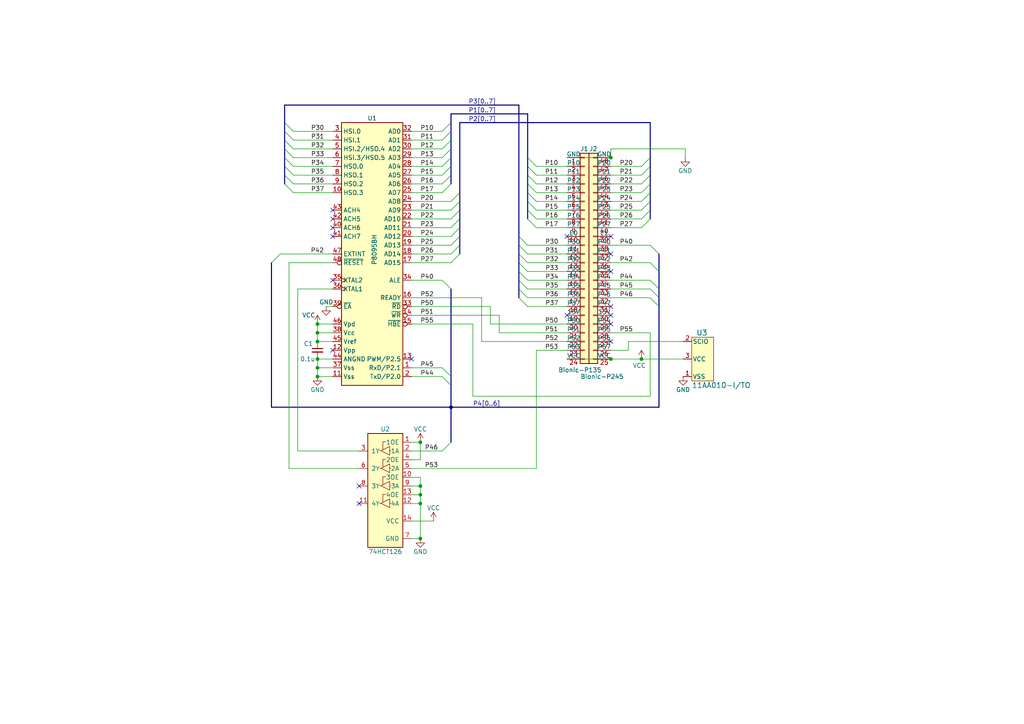
<source format=kicad_sch>
(kicad_sch (version 20230121) (generator eeschema)
  (paper "A4")
  (title_block (title "BionicP8095") (date "2022-02-11") (rev "1") (company "Tadashi G. Takaoka"))
  (lib_symbols
    (symbol "0-LocalLibrary:11AA010-I_TO" (pin_names (offset 0.254))
      (property "Reference" "U" (at 2.54 1.27 0))
      (property "Value" "11AA010-I/TO" (at 3.81 -13.97 0))
      (symbol "11AA010-I_TO_1_1"
        (rectangle (start 0 0) (end 6.35 -12.7) (fill (type background)))
        (pin power_in line (at -2.54 -11.43 0) (length 2.54) (name "VSS") (number "1"))
        (pin bidirectional line (at -2.54 -1.27 0) (length 2.54) (name "SCIO") (number "2"))
        (pin power_in line (at -2.54 -6.35 0) (length 2.54) (name "VCC") (number "3"))
      )
    )
    (symbol "0-LocalLibrary:74HCT126" (pin_names (offset 1.016))
      (property "Reference" "U" (at 0 16.51 0))
      (property "Value" "74HCT126" (at 0 -19.05 0))
      (symbol "74HCT126_0_1"
        (polyline (pts (xy -1.2954 10.2108) (xy -1.6002 10.2108)))
        (polyline (pts (xy 1.2954 10.2362) (xy 1.651 10.2362)))
        (polyline (pts (xy 0.7112 10.5664) (xy 0.7112 12.827) (xy -0.127 12.827) (xy -0.1016 12.827)))
      )
      (symbol "74HCT126_1_0"
        (polyline (pts (xy 1.27 10.2362) (xy -1.27 11.5062) (xy -1.27 8.9662) (xy 1.27 10.2362)) (stroke (width 0.1524)))
        (pin input line (at -7.62 12.7 0) (length 2.54) (name "1OE") (number "1"))
        (pin input line (at -7.62 2.54 0) (length 2.54) (name "3OE") (number "10"))
        (pin tri_state line (at 7.62 -5.08 180) (length 2.54) (name "4Y") (number "11"))
        (pin input line (at -7.62 -5.08 0) (length 2.54) (name "4A") (number "12"))
        (pin input line (at -7.62 -2.54 0) (length 2.54) (name "4OE") (number "13"))
        (pin power_in line (at -7.62 -10.16 0) (length 2.54) (name "VCC") (number "14"))
        (pin input line (at -7.62 10.16 0) (length 2.54) (name "1A") (number "2"))
        (pin tri_state line (at 7.62 10.16 180) (length 2.54) (name "1Y") (number "3"))
        (pin input line (at -7.62 7.62 0) (length 2.54) (name "2OE") (number "4"))
        (pin input line (at -7.62 5.08 0) (length 2.54) (name "2A") (number "5"))
        (pin tri_state line (at 7.62 5.08 180) (length 2.54) (name "2Y") (number "6"))
        (pin power_in line (at -7.62 -15.24 0) (length 2.54) (name "GND") (number "7"))
        (pin tri_state line (at 7.62 0 180) (length 2.54) (name "3Y") (number "8"))
        (pin input line (at -7.62 0 0) (length 2.54) (name "3A") (number "9"))
      )
      (symbol "74HCT126_1_1"
        (rectangle (start -5.08 15.24) (end 5.08 -17.78) (stroke (width 0.254)) (fill (type background)))
        (polyline (pts (xy -1.2954 -5.0292) (xy -1.6002 -5.0292)))
        (polyline (pts (xy -1.2954 0.0508) (xy -1.6002 0.0508)))
        (polyline (pts (xy -1.2954 5.1308) (xy -1.6002 5.1308)))
        (polyline (pts (xy 1.2954 -5.0038) (xy 1.651 -5.0038)))
        (polyline (pts (xy 1.2954 0.0762) (xy 1.651 0.0762)))
        (polyline (pts (xy 1.2954 5.1562) (xy 1.651 5.1562)))
        (polyline (pts (xy 0.7112 -4.6736) (xy 0.7112 -2.413) (xy -0.127 -2.413) (xy -0.1016 -2.413)))
        (polyline (pts (xy 0.7112 0.4064) (xy 0.7112 2.667) (xy -0.127 2.667) (xy -0.1016 2.667)))
        (polyline (pts (xy 0.7112 5.4864) (xy 0.7112 7.747) (xy -0.127 7.747) (xy -0.1016 7.747)))
        (polyline (pts (xy 1.27 -5.0038) (xy -1.27 -3.7338) (xy -1.27 -6.2738) (xy 1.27 -5.0038)) (stroke (width 0.1524)))
        (polyline (pts (xy 1.27 0.0762) (xy -1.27 1.3462) (xy -1.27 -1.1938) (xy 1.27 0.0762)) (stroke (width 0.1524)))
        (polyline (pts (xy 1.27 5.1562) (xy -1.27 6.4262) (xy -1.27 3.8862) (xy 1.27 5.1562)) (stroke (width 0.1524)))
      )
    )
    (symbol "0-LocalLibrary:Bionic-P135" (pin_names (offset 0))
      (property "Reference" "J" (at 0 30.48 0))
      (property "Value" "Bionic-P135" (at -1.27 -33.02 0))
      (symbol "Bionic-P135_1_1"
        (rectangle (start -1.27 -30.353) (end 0 -30.607) (stroke (width 0.1524)))
        (rectangle (start -1.27 -27.813) (end 0 -28.067) (stroke (width 0.1524)))
        (rectangle (start -1.27 -25.273) (end 0 -25.527) (stroke (width 0.1524)))
        (rectangle (start -1.27 -22.733) (end 0 -22.987) (stroke (width 0.1524)))
        (rectangle (start -1.27 -20.193) (end 0 -20.447) (stroke (width 0.1524)))
        (rectangle (start -1.27 -17.653) (end 0 -17.907) (stroke (width 0.1524)))
        (rectangle (start -1.27 -15.113) (end 0 -15.367) (stroke (width 0.1524)))
        (rectangle (start -1.27 -12.573) (end 0 -12.827) (stroke (width 0.1524)))
        (rectangle (start -1.27 -10.033) (end 0 -10.287) (stroke (width 0.1524)))
        (rectangle (start -1.27 -7.493) (end 0 -7.747) (stroke (width 0.1524)))
        (rectangle (start -1.27 -4.953) (end 0 -5.207) (stroke (width 0.1524)))
        (rectangle (start -1.27 -2.413) (end 0 -2.667) (stroke (width 0.1524)))
        (rectangle (start -1.27 0.127) (end 0 -0.127) (stroke (width 0.1524)))
        (rectangle (start -1.27 2.667) (end 0 2.413) (stroke (width 0.1524)))
        (rectangle (start -1.27 5.207) (end 0 4.953) (stroke (width 0.1524)))
        (rectangle (start -1.27 7.747) (end 0 7.493) (stroke (width 0.1524)))
        (rectangle (start -1.27 10.287) (end 0 10.033) (stroke (width 0.1524)))
        (rectangle (start -1.27 12.827) (end 0 12.573) (stroke (width 0.1524)))
        (rectangle (start -1.27 15.367) (end 0 15.113) (stroke (width 0.1524)))
        (rectangle (start -1.27 17.907) (end 0 17.653) (stroke (width 0.1524)))
        (rectangle (start -1.27 20.447) (end 0 20.193) (stroke (width 0.1524)))
        (rectangle (start -1.27 22.987) (end 0 22.733) (stroke (width 0.1524)))
        (rectangle (start -1.27 25.527) (end 0 25.273) (stroke (width 0.1524)))
        (rectangle (start -1.27 28.067) (end 0 27.813) (stroke (width 0.1524)))
        (rectangle (start -1.27 29.21) (end 1.27 -31.75) (stroke (width 0.254)) (fill (type background)))
        (pin power_out line (at -5.08 27.94 0) (length 3.81) (name "GND") (number "1"))
        (pin bidirectional line (at -5.08 5.08 0) (length 3.81) (name "E0") (number "10"))
        (pin bidirectional line (at -5.08 2.54 0) (length 3.81) (name "P30") (number "11"))
        (pin bidirectional line (at -5.08 0 0) (length 3.81) (name "P31") (number "12"))
        (pin bidirectional line (at -5.08 -2.54 0) (length 3.81) (name "P32") (number "13"))
        (pin bidirectional line (at -5.08 -5.08 0) (length 3.81) (name "P33") (number "14"))
        (pin bidirectional line (at -5.08 -7.62 0) (length 3.81) (name "P34") (number "15"))
        (pin bidirectional line (at -5.08 -10.16 0) (length 3.81) (name "P35") (number "16"))
        (pin bidirectional line (at -5.08 -12.7 0) (length 3.81) (name "P36") (number "17"))
        (pin bidirectional line (at -5.08 -15.24 0) (length 3.81) (name "P37") (number "18"))
        (pin power_out line (at -5.08 -17.78 0) (length 3.81) (name "15V") (number "19"))
        (pin bidirectional line (at -5.08 25.4 0) (length 3.81) (name "P10") (number "2"))
        (pin bidirectional line (at -5.08 -20.32 0) (length 3.81) (name "P50") (number "20"))
        (pin bidirectional line (at -5.08 -22.86 0) (length 3.81) (name "P51") (number "21"))
        (pin bidirectional line (at -5.08 -25.4 0) (length 3.81) (name "P52") (number "22"))
        (pin bidirectional line (at -5.08 -27.94 0) (length 3.81) (name "P53") (number "23"))
        (pin power_out line (at -5.08 -30.48 0) (length 3.81) (name "VCC") (number "24"))
        (pin bidirectional line (at -5.08 22.86 0) (length 3.81) (name "P11") (number "3"))
        (pin bidirectional line (at -5.08 20.32 0) (length 3.81) (name "P12") (number "4"))
        (pin bidirectional line (at -5.08 17.78 0) (length 3.81) (name "P13") (number "5"))
        (pin bidirectional line (at -5.08 15.24 0) (length 3.81) (name "P14") (number "6"))
        (pin bidirectional line (at -5.08 12.7 0) (length 3.81) (name "P15") (number "7"))
        (pin bidirectional line (at -5.08 10.16 0) (length 3.81) (name "P16") (number "8"))
        (pin bidirectional line (at -5.08 7.62 0) (length 3.81) (name "P17") (number "9"))
      )
    )
    (symbol "0-LocalLibrary:Bionic-P245" (pin_names (offset 0))
      (property "Reference" "J" (at -3.81 30.48 0))
      (property "Value" "Bionic-P245" (at -1.27 -33.02 0))
      (symbol "Bionic-P245_1_1"
        (rectangle (start -5.08 -31.75) (end -2.54 29.21) (stroke (width 0.254)) (fill (type background)))
        (rectangle (start -3.81 -30.607) (end -2.54 -30.353) (stroke (width 0.1524)))
        (rectangle (start -3.81 -28.067) (end -2.54 -27.813) (stroke (width 0.1524)))
        (rectangle (start -3.81 -25.527) (end -2.54 -25.273) (stroke (width 0.1524)))
        (rectangle (start -3.81 -22.987) (end -2.54 -22.733) (stroke (width 0.1524)))
        (rectangle (start -3.81 -20.447) (end -2.54 -20.193) (stroke (width 0.1524)))
        (rectangle (start -3.81 -17.907) (end -2.54 -17.653) (stroke (width 0.1524)))
        (rectangle (start -3.81 -15.367) (end -2.54 -15.113) (stroke (width 0.1524)))
        (rectangle (start -3.81 -12.827) (end -2.54 -12.573) (stroke (width 0.1524)))
        (rectangle (start -3.81 -10.287) (end -2.54 -10.033) (stroke (width 0.1524)))
        (rectangle (start -3.81 -7.747) (end -2.54 -7.493) (stroke (width 0.1524)))
        (rectangle (start -3.81 -5.207) (end -2.54 -4.953) (stroke (width 0.1524)))
        (rectangle (start -3.81 -2.667) (end -2.54 -2.413) (stroke (width 0.1524)))
        (rectangle (start -3.81 -0.127) (end -2.54 0.127) (stroke (width 0.1524)))
        (rectangle (start -3.81 2.413) (end -2.54 2.667) (stroke (width 0.1524)))
        (rectangle (start -3.81 4.953) (end -2.54 5.207) (stroke (width 0.1524)))
        (rectangle (start -3.81 7.493) (end -2.54 7.747) (stroke (width 0.1524)))
        (rectangle (start -3.81 10.033) (end -2.54 10.287) (stroke (width 0.1524)))
        (rectangle (start -3.81 12.573) (end -2.54 12.827) (stroke (width 0.1524)))
        (rectangle (start -3.81 15.113) (end -2.54 15.367) (stroke (width 0.1524)))
        (rectangle (start -3.81 17.653) (end -2.54 17.907) (stroke (width 0.1524)))
        (rectangle (start -3.81 20.193) (end -2.54 20.447) (stroke (width 0.1524)))
        (rectangle (start -3.81 22.733) (end -2.54 22.987) (stroke (width 0.1524)))
        (rectangle (start -3.81 25.273) (end -2.54 25.527) (stroke (width 0.1524)))
        (rectangle (start -3.81 27.813) (end -2.54 28.067) (stroke (width 0.1524)))
        (pin power_in line (at 1.27 -30.48 180) (length 3.81) (name "VCC") (number "25"))
        (pin bidirectional line (at 1.27 -27.94 180) (length 3.81) (name "P57") (number "26"))
        (pin bidirectional line (at 1.27 -25.4 180) (length 3.81) (name "P56") (number "27"))
        (pin bidirectional line (at 1.27 -22.86 180) (length 3.81) (name "P55") (number "28"))
        (pin bidirectional line (at 1.27 -20.32 180) (length 3.81) (name "P54") (number "29"))
        (pin power_in line (at 1.27 -17.78 180) (length 3.81) (name "15V") (number "30"))
        (pin bidirectional line (at 1.27 -15.24 180) (length 3.81) (name "P47") (number "31"))
        (pin bidirectional line (at 1.27 -12.7 180) (length 3.81) (name "P46") (number "32"))
        (pin bidirectional line (at 1.27 -10.16 180) (length 3.81) (name "P45") (number "33"))
        (pin bidirectional line (at 1.27 -7.62 180) (length 3.81) (name "P44") (number "34"))
        (pin bidirectional line (at 1.27 -5.08 180) (length 3.81) (name "P43") (number "35"))
        (pin bidirectional line (at 1.27 -2.54 180) (length 3.81) (name "P42") (number "36"))
        (pin bidirectional line (at 1.27 0 180) (length 3.81) (name "P41") (number "37"))
        (pin bidirectional line (at 1.27 2.54 180) (length 3.81) (name "P40") (number "38"))
        (pin bidirectional line (at 1.27 5.08 180) (length 3.81) (name "E1") (number "39"))
        (pin bidirectional line (at 1.27 7.62 180) (length 3.81) (name "P27") (number "40"))
        (pin bidirectional line (at 1.27 10.16 180) (length 3.81) (name "P26") (number "41"))
        (pin bidirectional line (at 1.27 12.7 180) (length 3.81) (name "P25") (number "42"))
        (pin bidirectional line (at 1.27 15.24 180) (length 3.81) (name "P24") (number "43"))
        (pin bidirectional line (at 1.27 17.78 180) (length 3.81) (name "P23") (number "44"))
        (pin bidirectional line (at 1.27 20.32 180) (length 3.81) (name "P22") (number "45"))
        (pin bidirectional line (at 1.27 22.86 180) (length 3.81) (name "P21") (number "46"))
        (pin bidirectional line (at 1.27 25.4 180) (length 3.81) (name "P20") (number "47"))
        (pin power_in line (at 1.27 27.94 180) (length 3.81) (name "GND") (number "48"))
      )
    )
    (symbol "0-LocalLibrary:P8095BH"
      (property "Reference" "U" (at -1.27 39.37 0))
      (property "Value" "P8095BH" (at 0 1.27 90))
      (symbol "P8095BH_0_0"
        (pin input line (at -11.43 35.56 0) (length 2.54) (name "HSI.0") (number "3"))
        (pin power_in line (at -11.43 -33.02 0) (length 2.54) (name "Vss") (number "37"))
        (pin input inverted (at -11.43 -15.24 0) (length 2.54) (name "~{EA}") (number "39"))
        (pin input line (at -11.43 33.02 0) (length 2.54) (name "HSI.1") (number "4"))
        (pin bidirectional line (at -11.43 7.62 0) (length 2.54) (name "ACH6") (number "40"))
        (pin bidirectional line (at -11.43 5.08 0) (length 2.54) (name "ACH7") (number "41"))
        (pin input line (at -11.43 -25.4 0) (length 2.54) (name "Vref") (number "45"))
        (pin bidirectional line (at -11.43 30.48 0) (length 2.54) (name "HSI.2/HSO.4") (number "5"))
        (pin bidirectional line (at -11.43 27.94 0) (length 2.54) (name "HSI.3/HSO.5") (number "6"))
      )
      (symbol "P8095BH_0_1"
        (rectangle (start -8.89 -38.1) (end 8.89 38.1) (stroke (width 0.254)) (fill (type background)))
      )
      (symbol "P8095BH_1_1"
        (pin input line (at 11.43 -33.02 180) (length 2.54) (name "RxD/P2.1") (number "1"))
        (pin output line (at -11.43 17.78 0) (length 2.54) (name "HSO.3") (number "10"))
        (pin power_in line (at -11.43 -35.56 0) (length 2.54) (name "Vss") (number "11"))
        (pin passive line (at -11.43 -27.94 0) (length 2.54) (name "Vpp") (number "12"))
        (pin bidirectional line (at 11.43 -30.48 180) (length 2.54) (name "PWM/P2.5") (number "13"))
        (pin output inverted (at 11.43 -17.78 180) (length 2.54) (name "~{WR}") (number "14"))
        (pin output inverted (at 11.43 -20.32 180) (length 2.54) (name "~{HBE}") (number "15"))
        (pin input line (at 11.43 -12.7 180) (length 2.54) (name "READY") (number "16"))
        (pin bidirectional line (at 11.43 -2.54 180) (length 2.54) (name "AD15") (number "17"))
        (pin bidirectional line (at 11.43 0 180) (length 2.54) (name "AD14") (number "18"))
        (pin bidirectional line (at 11.43 2.54 180) (length 2.54) (name "AD13") (number "19"))
        (pin output line (at 11.43 -35.56 180) (length 2.54) (name "TxD/P2.0") (number "2"))
        (pin bidirectional line (at 11.43 5.08 180) (length 2.54) (name "AD12") (number "20"))
        (pin bidirectional line (at 11.43 7.62 180) (length 2.54) (name "AD11") (number "21"))
        (pin bidirectional line (at 11.43 10.16 180) (length 2.54) (name "AD10") (number "22"))
        (pin bidirectional line (at 11.43 12.7 180) (length 2.54) (name "AD9") (number "23"))
        (pin bidirectional line (at 11.43 15.24 180) (length 2.54) (name "AD8") (number "24"))
        (pin bidirectional line (at 11.43 17.78 180) (length 2.54) (name "AD7") (number "25"))
        (pin bidirectional line (at 11.43 20.32 180) (length 2.54) (name "AD6") (number "26"))
        (pin bidirectional line (at 11.43 22.86 180) (length 2.54) (name "AD5") (number "27"))
        (pin bidirectional line (at 11.43 25.4 180) (length 2.54) (name "AD4") (number "28"))
        (pin bidirectional line (at 11.43 27.94 180) (length 2.54) (name "AD3") (number "29"))
        (pin bidirectional line (at 11.43 30.48 180) (length 2.54) (name "AD2") (number "30"))
        (pin bidirectional line (at 11.43 33.02 180) (length 2.54) (name "AD1") (number "31"))
        (pin bidirectional line (at 11.43 35.56 180) (length 2.54) (name "AD0") (number "32"))
        (pin output inverted (at 11.43 -15.24 180) (length 2.54) (name "~{RD}") (number "33"))
        (pin output line (at 11.43 -7.62 180) (length 2.54) (name "ALE") (number "34"))
        (pin output clock (at -11.43 -7.62 0) (length 2.54) (name "XTAL2") (number "35"))
        (pin input clock (at -11.43 -10.16 0) (length 2.54) (name "XTAL1") (number "36"))
        (pin power_in line (at -11.43 -22.86 0) (length 2.54) (name "Vcc") (number "38"))
        (pin bidirectional line (at -11.43 10.16 0) (length 2.54) (name "ACH5") (number "42"))
        (pin bidirectional line (at -11.43 12.7 0) (length 2.54) (name "ACH4") (number "43"))
        (pin power_in line (at -11.43 -30.48 0) (length 2.54) (name "ANGND") (number "44"))
        (pin power_in line (at -11.43 -20.32 0) (length 2.54) (name "Vpd") (number "46"))
        (pin input line (at -11.43 0 0) (length 2.54) (name "EXTINT") (number "47"))
        (pin input inverted (at -11.43 -2.54 0) (length 2.54) (name "~{RESET}") (number "48"))
        (pin output line (at -11.43 25.4 0) (length 2.54) (name "HSO.0") (number "7"))
        (pin output line (at -11.43 22.86 0) (length 2.54) (name "HSO.1") (number "8"))
        (pin output line (at -11.43 20.32 0) (length 2.54) (name "HSO.2") (number "9"))
      )
    )
    (symbol "Device:C_Small" (pin_numbers hide) (pin_names (offset 0.254) hide)
      (property "Reference" "C" (at 0.254 1.778 0))
      (property "Value" "C_Small" (at 0.254 -2.032 0))
      (symbol "C_Small_0_1"
        (polyline (pts (xy -1.524 -0.508) (xy 1.524 -0.508)) (stroke (width 0.3302)))
        (polyline (pts (xy -1.524 0.508) (xy 1.524 0.508)) (stroke (width 0.3048)))
      )
      (symbol "C_Small_1_1"
        (pin passive line (at 0 2.54 270) (length 2.032) (name "~") (number "1"))
        (pin passive line (at 0 -2.54 90) (length 2.032) (name "~") (number "2"))
      )
    )
    (symbol "power:GND" (power) (pin_names (offset 0))
      (property "Value" "GND" (at 0 -3.81 0))
      (symbol "GND_0_1"
        (polyline (pts (xy 0 0) (xy 0 -1.27) (xy 1.27 -1.27) (xy 0 -2.54) (xy -1.27 -1.27) (xy 0 -1.27)))
      )
      (symbol "GND_1_1"
        (pin power_in line (at 0 0 270) (length 0) hide (name "GND") (number "1"))
      )
    )
    (symbol "power:VCC" (power) (pin_names (offset 0))
      (property "Value" "VCC" (at 0 3.81 0))
      (symbol "VCC_0_1"
        (polyline (pts (xy -0.762 1.27) (xy 0 2.54)))
        (polyline (pts (xy 0 0) (xy 0 2.54)))
        (polyline (pts (xy 0 2.54) (xy 0.762 1.27)))
      )
      (symbol "VCC_1_1"
        (pin power_in line (at 0 0 90) (length 0) hide (name "VCC") (number "1"))
      )
    )
  )
  (junction (at 121.92 146.05))
  (junction (at 92.075 106.68))
  (junction (at 121.92 128.27))
  (junction (at 92.075 99.06))
  (junction (at 121.92 156.21))
  (junction (at 92.075 104.14))
  (junction (at 121.92 143.51))
  (junction (at 92.075 96.52))
  (junction (at 130.81 118.11))
  (junction (at 177.165 45.72))
  (junction (at 92.075 93.98))
  (junction (at 177.165 104.14))
  (junction (at 92.075 109.22))
  (junction (at 186.055 104.14))
  (junction (at 121.92 140.97))
  (no_connect (at 96.52 66.04))
  (no_connect (at 104.14 146.05))
  (no_connect (at 104.14 140.97))
  (no_connect (at 96.52 101.6))
  (no_connect (at 177.165 73.66))
  (no_connect (at 96.52 68.58))
  (no_connect (at 96.52 81.28))
  (no_connect (at 177.165 93.98))
  (no_connect (at 177.165 68.58))
  (no_connect (at 177.165 99.06))
  (no_connect (at 164.465 68.58))
  (no_connect (at 177.165 88.9))
  (no_connect (at 96.52 63.5))
  (no_connect (at 177.165 78.74))
  (no_connect (at 119.38 104.14))
  (no_connect (at 96.52 60.96))
  (no_connect (at 164.465 91.44))
  (no_connect (at 177.165 91.44))
  (bus_entry (at 188.595 63.5) (size -2.54 2.54))
  (bus_entry (at 188.595 60.96) (size -2.54 2.54))
  (bus_entry (at 128.27 40.64) (size 2.54 -2.54))
  (bus_entry (at 133.35 60.96) (size -2.54 2.54))
  (bus_entry (at 128.27 53.34) (size 2.54 -2.54))
  (bus_entry (at 128.27 43.18) (size 2.54 -2.54))
  (bus_entry (at 150.495 78.74) (size 2.54 2.54))
  (bus_entry (at 155.575 58.42) (size -2.54 -2.54))
  (bus_entry (at 82.55 38.1) (size 2.54 2.54))
  (bus_entry (at 188.595 58.42) (size -2.54 2.54))
  (bus_entry (at 150.495 68.58) (size 2.54 2.54))
  (bus_entry (at 82.55 53.34) (size 2.54 2.54))
  (bus_entry (at 133.35 63.5) (size -2.54 2.54))
  (bus_entry (at 188.595 83.82) (size 2.54 2.54))
  (bus_entry (at 155.575 48.26) (size -2.54 -2.54))
  (bus_entry (at 81.28 73.66) (size -2.54 2.54))
  (bus_entry (at 128.27 45.72) (size 2.54 -2.54))
  (bus_entry (at 82.55 45.72) (size 2.54 2.54))
  (bus_entry (at 188.595 45.72) (size -2.54 2.54))
  (bus_entry (at 133.35 66.04) (size -2.54 2.54))
  (bus_entry (at 150.495 73.66) (size 2.54 2.54))
  (bus_entry (at 150.495 71.12) (size 2.54 2.54))
  (bus_entry (at 188.595 50.8) (size -2.54 2.54))
  (bus_entry (at 128.27 48.26) (size 2.54 -2.54))
  (bus_entry (at 150.495 81.28) (size 2.54 2.54))
  (bus_entry (at 188.595 71.12) (size 2.54 2.54))
  (bus_entry (at 155.575 55.88) (size -2.54 -2.54))
  (bus_entry (at 155.575 63.5) (size -2.54 -2.54))
  (bus_entry (at 128.27 109.22) (size 2.54 2.54))
  (bus_entry (at 128.27 55.88) (size 2.54 -2.54))
  (bus_entry (at 155.575 60.96) (size -2.54 -2.54))
  (bus_entry (at 82.55 40.64) (size 2.54 2.54))
  (bus_entry (at 128.27 81.28) (size 2.54 2.54))
  (bus_entry (at 82.55 50.8) (size 2.54 2.54))
  (bus_entry (at 188.595 48.26) (size -2.54 2.54))
  (bus_entry (at 188.595 81.28) (size 2.54 2.54))
  (bus_entry (at 150.495 76.2) (size 2.54 2.54))
  (bus_entry (at 128.27 38.1) (size 2.54 -2.54))
  (bus_entry (at 188.595 86.36) (size 2.54 2.54))
  (bus_entry (at 133.35 68.58) (size -2.54 2.54))
  (bus_entry (at 82.55 48.26) (size 2.54 2.54))
  (bus_entry (at 150.495 83.82) (size 2.54 2.54))
  (bus_entry (at 155.575 66.04) (size -2.54 -2.54))
  (bus_entry (at 128.27 106.68) (size 2.54 2.54))
  (bus_entry (at 155.575 53.34) (size -2.54 -2.54))
  (bus_entry (at 150.495 86.36) (size 2.54 2.54))
  (bus_entry (at 155.575 50.8) (size -2.54 -2.54))
  (bus_entry (at 133.35 71.12) (size -2.54 2.54))
  (bus_entry (at 133.35 73.66) (size -2.54 2.54))
  (bus_entry (at 133.35 58.42) (size -2.54 2.54))
  (bus_entry (at 188.595 76.2) (size 2.54 2.54))
  (bus_entry (at 128.27 50.8) (size 2.54 -2.54))
  (bus_entry (at 188.595 55.88) (size -2.54 2.54))
  (bus_entry (at 82.55 35.56) (size 2.54 2.54))
  (bus_entry (at 82.55 43.18) (size 2.54 2.54))
  (bus_entry (at 130.81 128.27) (size -2.54 2.54))
  (bus_entry (at 188.595 53.34) (size -2.54 2.54))
  (bus_entry (at 133.35 55.88) (size -2.54 2.54))
  (wire (pts (xy 119.38 135.89) (xy 155.575 135.89)))
  (wire (pts (xy 177.165 63.5) (xy 186.055 63.5)))
  (wire (pts (xy 142.24 93.98) (xy 164.465 93.98)))
  (bus (pts (xy 191.135 86.36) (xy 191.135 88.9)))
  (wire (pts (xy 119.38 156.21) (xy 121.92 156.21)))
  (wire (pts (xy 177.165 43.18) (xy 198.755 43.18)))
  (wire (pts (xy 119.38 143.51) (xy 121.92 143.51)))
  (bus (pts (xy 153.035 45.72) (xy 153.035 48.26)))
  (wire (pts (xy 144.78 96.52) (xy 164.465 96.52)))
  (bus (pts (xy 82.55 48.26) (xy 82.55 50.8)))
  (bus (pts (xy 130.81 33.02) (xy 153.035 33.02)))
  (wire (pts (xy 121.92 140.97) (xy 121.92 138.43)))
  (wire (pts (xy 92.075 106.68) (xy 96.52 106.68)))
  (bus (pts (xy 150.495 76.2) (xy 150.495 73.66)))
  (wire (pts (xy 177.165 48.26) (xy 186.055 48.26)))
  (wire (pts (xy 119.38 60.96) (xy 130.81 60.96)))
  (wire (pts (xy 164.465 66.04) (xy 155.575 66.04)))
  (wire (pts (xy 198.755 43.18) (xy 198.755 45.72)))
  (wire (pts (xy 119.38 76.2) (xy 130.81 76.2)))
  (bus (pts (xy 130.81 45.72) (xy 130.81 48.26)))
  (wire (pts (xy 142.24 88.9) (xy 142.24 93.98)))
  (wire (pts (xy 153.035 71.12) (xy 164.465 71.12)))
  (bus (pts (xy 82.55 50.8) (xy 82.55 53.34)))
  (bus (pts (xy 130.81 118.11) (xy 130.81 128.27)))
  (wire (pts (xy 153.035 76.2) (xy 164.465 76.2)))
  (bus (pts (xy 130.81 35.56) (xy 130.81 38.1)))
  (wire (pts (xy 153.035 88.9) (xy 164.465 88.9)))
  (wire (pts (xy 188.595 114.935) (xy 137.16 114.935)))
  (bus (pts (xy 153.035 50.8) (xy 153.035 53.34)))
  (bus (pts (xy 150.495 71.12) (xy 150.495 68.58)))
  (bus (pts (xy 150.495 30.48) (xy 82.55 30.48)))
  (wire (pts (xy 119.38 130.81) (xy 128.27 130.81)))
  (wire (pts (xy 121.92 128.27) (xy 121.92 133.35)))
  (wire (pts (xy 177.165 81.28) (xy 188.595 81.28)))
  (wire (pts (xy 119.38 140.97) (xy 121.92 140.97)))
  (wire (pts (xy 85.09 38.1) (xy 96.52 38.1)))
  (bus (pts (xy 130.81 38.1) (xy 130.81 40.64)))
  (wire (pts (xy 121.92 146.05) (xy 121.92 143.51)))
  (bus (pts (xy 153.035 55.88) (xy 153.035 58.42)))
  (wire (pts (xy 182.245 99.06) (xy 198.12 99.06)))
  (wire (pts (xy 119.38 53.34) (xy 128.27 53.34)))
  (bus (pts (xy 153.035 60.96) (xy 153.035 63.5)))
  (wire (pts (xy 92.075 96.52) (xy 92.075 99.06)))
  (wire (pts (xy 119.38 109.22) (xy 128.27 109.22)))
  (wire (pts (xy 83.82 76.2) (xy 83.82 135.89)))
  (wire (pts (xy 177.165 43.18) (xy 177.165 45.72)))
  (bus (pts (xy 130.81 48.26) (xy 130.81 50.8)))
  (wire (pts (xy 119.38 91.44) (xy 144.78 91.44)))
  (wire (pts (xy 119.38 86.36) (xy 139.7 86.36)))
  (bus (pts (xy 191.135 118.11) (xy 130.81 118.11)))
  (wire (pts (xy 137.16 114.935) (xy 137.16 93.98)))
  (wire (pts (xy 139.7 86.36) (xy 139.7 99.06)))
  (bus (pts (xy 130.81 83.82) (xy 130.81 109.22)))
  (wire (pts (xy 177.165 50.8) (xy 186.055 50.8)))
  (wire (pts (xy 85.09 45.72) (xy 96.52 45.72)))
  (wire (pts (xy 188.595 76.2) (xy 177.165 76.2)))
  (wire (pts (xy 177.165 66.04) (xy 186.055 66.04)))
  (wire (pts (xy 153.035 73.66) (xy 164.465 73.66)))
  (wire (pts (xy 104.14 130.81) (xy 86.36 130.81)))
  (wire (pts (xy 177.165 58.42) (xy 186.055 58.42)))
  (bus (pts (xy 188.595 48.26) (xy 188.595 50.8)))
  (bus (pts (xy 188.595 58.42) (xy 188.595 60.96)))
  (bus (pts (xy 191.135 73.66) (xy 191.135 78.74)))
  (wire (pts (xy 92.075 106.68) (xy 92.075 109.22)))
  (wire (pts (xy 119.38 88.9) (xy 142.24 88.9)))
  (wire (pts (xy 119.38 106.68) (xy 128.27 106.68)))
  (wire (pts (xy 119.38 81.28) (xy 128.27 81.28)))
  (wire (pts (xy 121.92 156.21) (xy 121.92 146.05)))
  (wire (pts (xy 119.38 63.5) (xy 130.81 63.5)))
  (wire (pts (xy 177.165 83.82) (xy 188.595 83.82)))
  (wire (pts (xy 164.465 60.96) (xy 155.575 60.96)))
  (bus (pts (xy 82.55 38.1) (xy 82.55 40.64)))
  (bus (pts (xy 133.35 71.12) (xy 133.35 73.66)))
  (wire (pts (xy 85.09 53.34) (xy 96.52 53.34)))
  (wire (pts (xy 96.52 73.66) (xy 81.28 73.66)))
  (wire (pts (xy 164.465 48.26) (xy 155.575 48.26)))
  (bus (pts (xy 82.55 43.18) (xy 82.55 45.72)))
  (wire (pts (xy 177.165 96.52) (xy 188.595 96.52)))
  (bus (pts (xy 130.81 43.18) (xy 130.81 45.72)))
  (bus (pts (xy 150.495 83.82) (xy 150.495 81.28)))
  (wire (pts (xy 119.38 93.98) (xy 137.16 93.98)))
  (wire (pts (xy 153.035 83.82) (xy 164.465 83.82)))
  (wire (pts (xy 119.38 58.42) (xy 130.81 58.42)))
  (wire (pts (xy 164.465 53.34) (xy 155.575 53.34)))
  (wire (pts (xy 92.075 93.98) (xy 92.075 96.52)))
  (wire (pts (xy 153.035 78.74) (xy 164.465 78.74)))
  (wire (pts (xy 92.075 99.06) (xy 96.52 99.06)))
  (bus (pts (xy 133.35 66.04) (xy 133.35 68.58)))
  (wire (pts (xy 177.165 55.88) (xy 186.055 55.88)))
  (wire (pts (xy 92.075 96.52) (xy 96.52 96.52)))
  (bus (pts (xy 82.55 35.56) (xy 82.55 38.1)))
  (wire (pts (xy 177.165 60.96) (xy 186.055 60.96)))
  (bus (pts (xy 153.035 53.34) (xy 153.035 55.88)))
  (bus (pts (xy 188.595 53.34) (xy 188.595 55.88)))
  (bus (pts (xy 153.035 48.26) (xy 153.035 50.8)))
  (wire (pts (xy 119.38 50.8) (xy 128.27 50.8)))
  (bus (pts (xy 150.495 68.58) (xy 150.495 30.48)))
  (bus (pts (xy 130.81 50.8) (xy 130.81 53.34)))
  (wire (pts (xy 92.075 104.14) (xy 96.52 104.14)))
  (wire (pts (xy 119.38 43.18) (xy 128.27 43.18)))
  (wire (pts (xy 164.465 55.88) (xy 155.575 55.88)))
  (bus (pts (xy 133.35 60.96) (xy 133.35 63.5)))
  (wire (pts (xy 92.075 109.22) (xy 96.52 109.22)))
  (wire (pts (xy 155.575 101.6) (xy 164.465 101.6)))
  (wire (pts (xy 177.165 71.12) (xy 188.595 71.12)))
  (wire (pts (xy 85.09 40.64) (xy 96.52 40.64)))
  (wire (pts (xy 119.38 40.64) (xy 128.27 40.64)))
  (bus (pts (xy 150.495 73.66) (xy 150.495 71.12)))
  (wire (pts (xy 186.055 104.14) (xy 198.12 104.14)))
  (bus (pts (xy 133.35 63.5) (xy 133.35 66.04)))
  (wire (pts (xy 164.465 45.72) (xy 177.165 45.72)))
  (bus (pts (xy 133.35 68.58) (xy 133.35 71.12)))
  (wire (pts (xy 121.92 143.51) (xy 121.92 140.97)))
  (wire (pts (xy 139.7 99.06) (xy 164.465 99.06)))
  (bus (pts (xy 130.81 40.64) (xy 130.81 43.18)))
  (bus (pts (xy 150.495 78.74) (xy 150.495 76.2)))
  (bus (pts (xy 150.495 81.28) (xy 150.495 78.74)))
  (wire (pts (xy 119.38 55.88) (xy 128.27 55.88)))
  (wire (pts (xy 119.38 71.12) (xy 130.81 71.12)))
  (wire (pts (xy 94.615 88.9) (xy 96.52 88.9)))
  (wire (pts (xy 119.38 66.04) (xy 130.81 66.04)))
  (bus (pts (xy 188.595 50.8) (xy 188.595 53.34)))
  (wire (pts (xy 155.575 135.89) (xy 155.575 101.6)))
  (bus (pts (xy 133.35 58.42) (xy 133.35 60.96)))
  (wire (pts (xy 83.82 76.2) (xy 96.52 76.2)))
  (wire (pts (xy 164.465 104.14) (xy 177.165 104.14)))
  (wire (pts (xy 92.075 104.14) (xy 92.075 106.68)))
  (wire (pts (xy 153.035 81.28) (xy 164.465 81.28)))
  (wire (pts (xy 85.09 55.88) (xy 96.52 55.88)))
  (bus (pts (xy 191.135 78.74) (xy 191.135 83.82)))
  (wire (pts (xy 164.465 63.5) (xy 155.575 63.5)))
  (bus (pts (xy 133.35 55.88) (xy 133.35 58.42)))
  (bus (pts (xy 191.135 83.82) (xy 191.135 86.36)))
  (bus (pts (xy 191.135 88.9) (xy 191.135 118.11)))
  (bus (pts (xy 130.81 109.22) (xy 130.81 111.76)))
  (wire (pts (xy 85.09 43.18) (xy 96.52 43.18)))
  (bus (pts (xy 82.55 45.72) (xy 82.55 48.26)))
  (bus (pts (xy 82.55 30.48) (xy 82.55 35.56)))
  (wire (pts (xy 119.38 68.58) (xy 130.81 68.58)))
  (wire (pts (xy 96.52 83.82) (xy 86.36 83.82)))
  (wire (pts (xy 119.38 133.35) (xy 121.92 133.35)))
  (bus (pts (xy 150.495 86.36) (xy 150.495 83.82)))
  (bus (pts (xy 188.595 45.72) (xy 188.595 48.26)))
  (bus (pts (xy 188.595 55.88) (xy 188.595 58.42)))
  (bus (pts (xy 130.81 118.11) (xy 78.74 118.11)))
  (wire (pts (xy 119.38 151.13) (xy 125.73 151.13)))
  (wire (pts (xy 85.09 50.8) (xy 96.52 50.8)))
  (bus (pts (xy 130.81 111.76) (xy 130.81 118.11)))
  (bus (pts (xy 188.595 60.96) (xy 188.595 63.5)))
  (bus (pts (xy 78.74 76.2) (xy 78.74 118.11)))
  (wire (pts (xy 119.38 45.72) (xy 128.27 45.72)))
  (wire (pts (xy 119.38 38.1) (xy 128.27 38.1)))
  (bus (pts (xy 153.035 58.42) (xy 153.035 60.96)))
  (wire (pts (xy 177.165 101.6) (xy 182.245 101.6)))
  (wire (pts (xy 119.38 48.26) (xy 128.27 48.26)))
  (wire (pts (xy 119.38 73.66) (xy 130.81 73.66)))
  (wire (pts (xy 177.165 104.14) (xy 186.055 104.14)))
  (wire (pts (xy 121.92 138.43) (xy 119.38 138.43)))
  (wire (pts (xy 86.36 83.82) (xy 86.36 130.81)))
  (wire (pts (xy 188.595 96.52) (xy 188.595 114.935)))
  (wire (pts (xy 177.165 53.34) (xy 186.055 53.34)))
  (wire (pts (xy 144.78 91.44) (xy 144.78 96.52)))
  (wire (pts (xy 92.075 103.505) (xy 92.075 104.14)))
  (wire (pts (xy 164.465 50.8) (xy 155.575 50.8)))
  (wire (pts (xy 182.245 101.6) (xy 182.245 99.06)))
  (bus (pts (xy 188.595 35.56) (xy 188.595 45.72)))
  (wire (pts (xy 119.38 128.27) (xy 121.92 128.27)))
  (wire (pts (xy 164.465 58.42) (xy 155.575 58.42)))
  (wire (pts (xy 92.075 93.98) (xy 96.52 93.98)))
  (bus (pts (xy 133.35 35.56) (xy 133.35 55.88)))
  (bus (pts (xy 130.81 33.02) (xy 130.81 35.56)))
  (wire (pts (xy 119.38 146.05) (xy 121.92 146.05)))
  (wire (pts (xy 85.09 48.26) (xy 96.52 48.26)))
  (bus (pts (xy 82.55 40.64) (xy 82.55 43.18)))
  (wire (pts (xy 83.82 135.89) (xy 104.14 135.89)))
  (bus (pts (xy 133.35 35.56) (xy 188.595 35.56)))
  (wire (pts (xy 177.165 86.36) (xy 188.595 86.36)))
  (wire (pts (xy 153.035 86.36) (xy 164.465 86.36)))
  (bus (pts (xy 153.035 33.02) (xy 153.035 45.72)))
  (label "P24" (at 121.92 68.58 0))
  (label "P36" (at 90.17 53.34 0))
  (label "P4[0..6]" (at 137.16 118.11 0))
  (label "P20" (at 121.92 58.42 0))
  (label "P44" (at 179.705 81.28 0))
  (label "P35" (at 90.17 50.8 0))
  (label "P15" (at 161.925 60.96 180))
  (label "P23" (at 179.705 55.88 0))
  (label "P26" (at 121.92 73.66 0))
  (label "P16" (at 161.925 63.5 180))
  (label "P55" (at 121.92 93.98 0))
  (label "P50" (at 121.92 88.9 0))
  (label "P45" (at 121.92 106.68 0))
  (label "P2[0..7]" (at 135.89 35.56 0))
  (label "P13" (at 121.92 45.72 0))
  (label "P32" (at 158.115 76.2 0))
  (label "P50" (at 161.925 93.98 180))
  (label "P37" (at 90.17 55.88 0))
  (label "P36" (at 158.115 86.36 0))
  (label "P24" (at 179.705 58.42 0))
  (label "P25" (at 179.705 60.96 0))
  (label "P55" (at 179.705 96.52 0))
  (label "P52" (at 161.925 99.06 180))
  (label "P10" (at 121.92 38.1 0))
  (label "P26" (at 179.705 63.5 0))
  (label "P14" (at 121.92 48.26 0))
  (label "P32" (at 90.17 43.18 0))
  (label "P15" (at 121.92 50.8 0))
  (label "P27" (at 121.92 76.2 0))
  (label "P25" (at 121.92 71.12 0))
  (label "P31" (at 158.115 73.66 0))
  (label "P31" (at 90.17 40.64 0))
  (label "P3[0..7]" (at 135.89 30.48 0))
  (label "P27" (at 179.705 66.04 0))
  (label "P40" (at 121.92 81.28 0))
  (label "P21" (at 121.92 60.96 0))
  (label "P52" (at 121.92 86.36 0))
  (label "P22" (at 179.705 53.34 0))
  (label "P1[0..7]" (at 135.89 33.02 0))
  (label "P12" (at 121.92 43.18 0))
  (label "P22" (at 121.92 63.5 0))
  (label "P40" (at 179.705 71.12 0))
  (label "P20" (at 179.705 48.26 0))
  (label "P16" (at 121.92 53.34 0))
  (label "P37" (at 158.115 88.9 0))
  (label "P42" (at 93.98 73.66 180))
  (label "P11" (at 161.925 50.8 180))
  (label "P46" (at 179.705 86.36 0))
  (label "P30" (at 90.17 38.1 0))
  (label "P53" (at 161.925 101.6 180))
  (label "P14" (at 161.925 58.42 180))
  (label "P34" (at 158.115 81.28 0))
  (label "P33" (at 90.17 45.72 0))
  (label "P11" (at 121.92 40.64 0))
  (label "P44" (at 121.92 109.22 0))
  (label "P45" (at 179.705 83.82 0))
  (label "P46" (at 123.19 130.81 0))
  (label "P30" (at 158.115 71.12 0))
  (label "P17" (at 121.92 55.88 0))
  (label "P17" (at 161.925 66.04 180))
  (label "P13" (at 161.925 55.88 180))
  (label "P34" (at 90.17 48.26 0))
  (label "P23" (at 121.92 66.04 0))
  (label "P10" (at 161.925 48.26 180))
  (label "P51" (at 121.92 91.44 0))
  (label "P53" (at 123.19 135.89 0))
  (label "P51" (at 161.925 96.52 180))
  (label "P42" (at 179.705 76.2 0))
  (label "P35" (at 158.115 83.82 0))
  (label "P21" (at 179.705 50.8 0))
  (label "P33" (at 158.115 78.74 0))
  (label "P12" (at 161.925 53.34 180))
  (symbol (lib_id "Device:C_Small") (at 92.075 101.6 0) (mirror y) (unit 1)
    (property "Reference" "C1" (at 90.805 99.695 0) (effects (justify left)))
    (property "Value" "0.1u" (at 91.44 104.14 0) (effects (justify left)))
    (property "Footprint" "Capacitor_THT:C_Disc_D3.4mm_W2.1mm_P2.50mm" (effects hide))
  )
  (symbol (lib_id "0-LocalLibrary:74HCT126") (at 111.76 140.97 0) (mirror y) (unit 1)
    (property "Reference" "U2" (at 111.76 124.46 0))
    (property "Value" "74HCT126" (at 111.76 160.02 0))
    (property "Footprint" "Package_DIP:DIP-14_W7.62mm" (effects hide))
    (property "Datasheet" "https://www.ti.com/lit/ds/symlink/cd74hct126.pdf" (effects hide))
  )
  (symbol (lib_id "0-LocalLibrary:P8095BH") (at 107.95 73.66 0) (unit 1)
    (property "Reference" "U1" (at 107.95 34.29 0))
    (property "Value" "P8095BH" (at 108.585 72.39 90))
    (property "Footprint" "Package_DIP:DIP-48_W15.24mm" (effects hide))
    (property "Datasheet" "https://pdf1.alldatasheet.com/datasheet-pdf/view/117276/INTEL/P8095BH.html" (effects hide))
  )
  (symbol (lib_id "power:GND") (at 94.615 88.9 0) (unit 1)
    (property "Reference" "#PWR02" (effects hide))
    (property "Value" "GND" (at 94.615 87.63 0))
  )
  (symbol (lib_id "power:VCC") (at 121.92 128.27 0) (unit 1)
    (property "Reference" "#PWR06" (effects hide))
    (property "Value" "VCC" (at 121.92 124.46 0))
  )
  (symbol (lib_id "power:GND") (at 198.12 109.22 0) (unit 1)
    (property "Reference" "#PWR09" (effects hide))
    (property "Value" "GND" (at 198.12 113.03 0))
  )
  (symbol (lib_id "power:VCC") (at 92.075 93.98 0) (unit 1)
    (property "Reference" "#PWR08" (effects hide))
    (property "Value" "VCC" (at 89.535 91.44 0))
  )
  (symbol (lib_id "power:GND") (at 198.755 45.72 0) (unit 1)
    (property "Reference" "#PWR01" (effects hide))
    (property "Value" "GND" (at 198.755 49.53 0))
  )
  (symbol (lib_id "power:GND") (at 92.075 109.22 0) (unit 1)
    (property "Reference" "#PWR03" (effects hide))
    (property "Value" "GND" (at 92.075 113.03 0))
  )
  (symbol (lib_id "0-LocalLibrary:11AA010-I_TO") (at 200.66 97.79 0) (unit 1)
    (property "Reference" "U3" (at 201.93 96.52 0) (effects (font (size 1.524 1.524)) (justify left)))
    (property "Value" "11AA010-I/TO" (at 200.66 111.76 0) (effects (font (size 1.524 1.524)) (justify left)))
    (property "Footprint" "TO-92_MC_MCH" (effects hide))
    (property "Datasheet" "11AA010-I/TO" (effects hide))
  )
  (symbol (lib_id "power:GND") (at 121.92 156.21 0) (unit 1)
    (property "Reference" "#PWR04" (effects hide))
    (property "Value" "GND" (at 121.92 160.02 0))
  )
  (symbol (lib_id "0-LocalLibrary:Bionic-P135") (at 169.545 73.66 0) (unit 1)
    (property "Reference" "J1" (at 168.275 43.18 0) (effects (justify left)))
    (property "Value" "Bionic-P135" (at 161.925 107.315 0) (effects (justify left)))
    (property "Footprint" "connector:Bionic-P135_Vertical" (effects hide))
  )
  (symbol (lib_id "power:VCC") (at 186.055 104.14 0) (unit 1)
    (property "Reference" "#PWR05" (effects hide))
    (property "Value" "VCC" (at 185.42 106.045 0))
  )
  (symbol (lib_id "power:VCC") (at 125.73 151.13 0) (unit 1)
    (property "Reference" "#PWR07" (effects hide))
    (property "Value" "VCC" (at 125.73 147.32 0))
  )
  (symbol (lib_id "0-LocalLibrary:Bionic-P245") (at 175.895 73.66 0) (unit 1)
    (property "Reference" "J2" (at 172.085 43.18 0))
    (property "Value" "Bionic-P245" (at 174.625 109.22 0))
    (property "Footprint" "connector:Bionic-P245_Vertical" (effects hide))
  )
)
</source>
